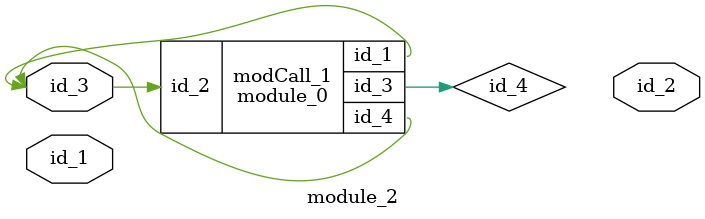
<source format=v>
module module_0 (
    id_1,
    id_2,
    id_3,
    id_4
);
  inout wire id_4;
  inout wire id_3;
  input wire id_2;
  output wire id_1;
  wire id_5;
endmodule
module module_1 (
    id_1,
    id_2,
    id_3
);
  output wire id_3;
  input wire id_2;
  input wire id_1;
  wire id_4;
  assign id_3 = 1;
  wire id_5;
  wire id_6, id_7, id_8;
  wire id_9, id_10;
  module_0 modCall_1 (
      id_7,
      id_6,
      id_5,
      id_9
  );
endmodule
module module_2 (
    id_1,
    id_2,
    id_3
);
  inout wire id_3;
  output wire id_2;
  inout wire id_1;
  wire id_4;
  module_0 modCall_1 (
      id_3,
      id_3,
      id_4,
      id_3
  );
endmodule

</source>
